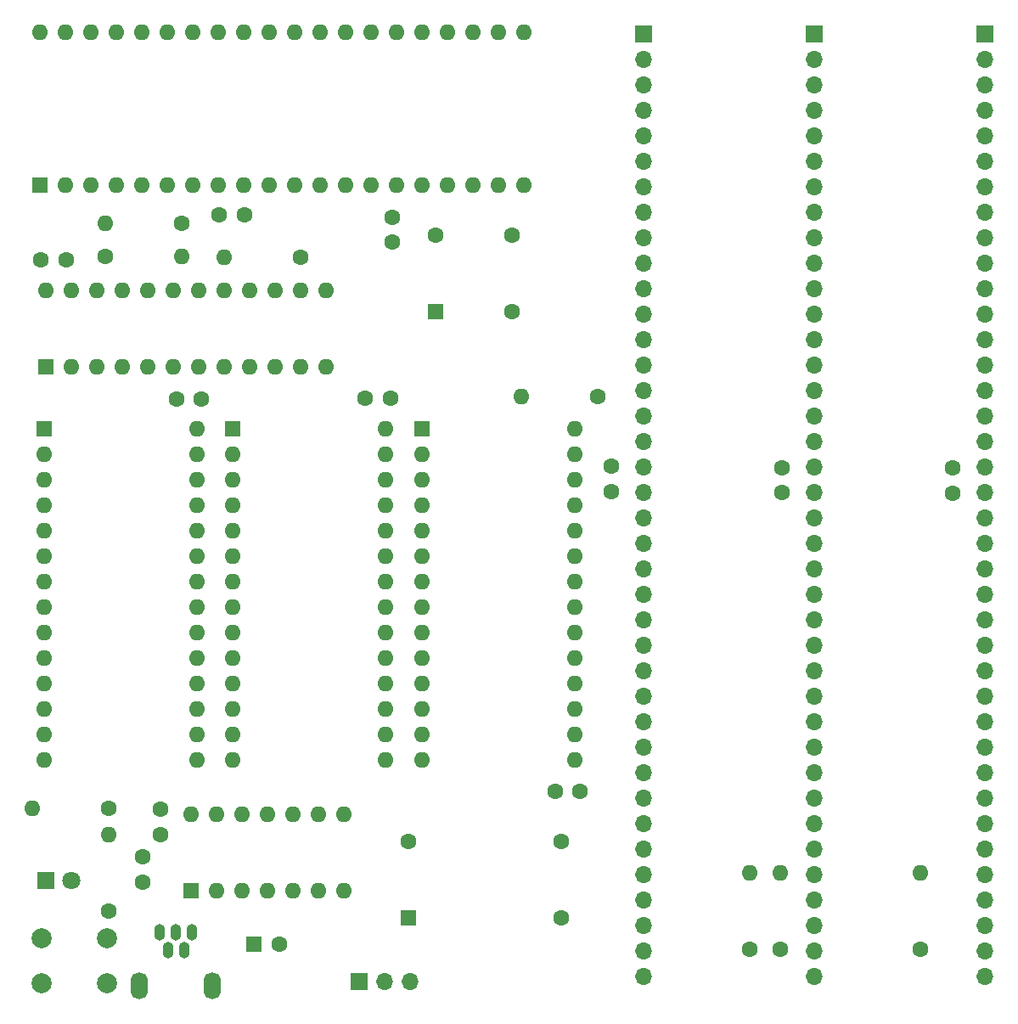
<source format=gbr>
%TF.GenerationSoftware,KiCad,Pcbnew,(6.0.11)*%
%TF.CreationDate,2023-07-08T13:40:51+12:00*%
%TF.ProjectId,6502-retro,36353032-2d72-4657-9472-6f2e6b696361,1.1*%
%TF.SameCoordinates,Original*%
%TF.FileFunction,Soldermask,Bot*%
%TF.FilePolarity,Negative*%
%FSLAX46Y46*%
G04 Gerber Fmt 4.6, Leading zero omitted, Abs format (unit mm)*
G04 Created by KiCad (PCBNEW (6.0.11)) date 2023-07-08 13:40:51*
%MOMM*%
%LPD*%
G01*
G04 APERTURE LIST*
%ADD10R,1.600000X1.600000*%
%ADD11C,1.600000*%
%ADD12O,1.600000X1.600000*%
%ADD13R,1.700000X1.700000*%
%ADD14O,1.700000X1.700000*%
%ADD15O,1.100000X1.650000*%
%ADD16O,1.700000X2.700000*%
%ADD17R,1.800000X1.800000*%
%ADD18C,1.800000*%
%ADD19C,2.000000*%
G04 APERTURE END LIST*
D10*
%TO.C,X2*%
X132310000Y-143640000D03*
D11*
X147550000Y-143640000D03*
X147550000Y-136020000D03*
X132310000Y-136020000D03*
%TD*%
%TO.C,R6*%
X109700000Y-74400000D03*
D12*
X102080000Y-74400000D03*
%TD*%
D11*
%TO.C,C4*%
X95630000Y-78010000D03*
X98130000Y-78010000D03*
%TD*%
D13*
%TO.C,J1*%
X155700000Y-55510000D03*
D14*
X155700000Y-58050000D03*
X155700000Y-60590000D03*
X155700000Y-63130000D03*
X155700000Y-65670000D03*
X155700000Y-68210000D03*
X155700000Y-70750000D03*
X155700000Y-73290000D03*
X155700000Y-75830000D03*
X155700000Y-78370000D03*
X155700000Y-80910000D03*
X155700000Y-83450000D03*
X155700000Y-85990000D03*
X155700000Y-88530000D03*
X155700000Y-91070000D03*
X155700000Y-93610000D03*
X155700000Y-96150000D03*
X155700000Y-98690000D03*
X155700000Y-101230000D03*
X155700000Y-103770000D03*
X155700000Y-106310000D03*
X155700000Y-108850000D03*
X155700000Y-111390000D03*
X155700000Y-113930000D03*
X155700000Y-116470000D03*
X155700000Y-119010000D03*
X155700000Y-121550000D03*
X155700000Y-124090000D03*
X155700000Y-126630000D03*
X155700000Y-129170000D03*
X155700000Y-131710000D03*
X155700000Y-134250000D03*
X155700000Y-136790000D03*
X155700000Y-139330000D03*
X155700000Y-141870000D03*
X155700000Y-144410000D03*
X155700000Y-146950000D03*
X155700000Y-149490000D03*
%TD*%
D10*
%TO.C,C12*%
X116884664Y-146250000D03*
D11*
X119384664Y-146250000D03*
%TD*%
%TO.C,R10*%
X183300000Y-146810000D03*
D12*
X183300000Y-139190000D03*
%TD*%
D11*
%TO.C,R9*%
X169400000Y-146810000D03*
D12*
X169400000Y-139190000D03*
%TD*%
D11*
%TO.C,C8*%
X169510000Y-98750000D03*
X169510000Y-101250000D03*
%TD*%
%TO.C,R5*%
X121510000Y-77800000D03*
D12*
X113890000Y-77800000D03*
%TD*%
D10*
%TO.C,U5*%
X96140000Y-88700000D03*
D12*
X98680000Y-88700000D03*
X101220000Y-88700000D03*
X103760000Y-88700000D03*
X106300000Y-88700000D03*
X108840000Y-88700000D03*
X111380000Y-88700000D03*
X113920000Y-88700000D03*
X116460000Y-88700000D03*
X119000000Y-88700000D03*
X121540000Y-88700000D03*
X124080000Y-88700000D03*
X124080000Y-81080000D03*
X121540000Y-81080000D03*
X119000000Y-81080000D03*
X116460000Y-81080000D03*
X113920000Y-81080000D03*
X111380000Y-81080000D03*
X108840000Y-81080000D03*
X106300000Y-81080000D03*
X103760000Y-81080000D03*
X101220000Y-81080000D03*
X98680000Y-81080000D03*
X96140000Y-81080000D03*
%TD*%
D11*
%TO.C,C1*%
X113420000Y-73570000D03*
X115920000Y-73570000D03*
%TD*%
D10*
%TO.C,U3*%
X133620000Y-94880000D03*
D12*
X133620000Y-97420000D03*
X133620000Y-99960000D03*
X133620000Y-102500000D03*
X133620000Y-105040000D03*
X133620000Y-107580000D03*
X133620000Y-110120000D03*
X133620000Y-112660000D03*
X133620000Y-115200000D03*
X133620000Y-117740000D03*
X133620000Y-120280000D03*
X133620000Y-122820000D03*
X133620000Y-125360000D03*
X133620000Y-127900000D03*
X148860000Y-127900000D03*
X148860000Y-125360000D03*
X148860000Y-122820000D03*
X148860000Y-120280000D03*
X148860000Y-117740000D03*
X148860000Y-115200000D03*
X148860000Y-112660000D03*
X148860000Y-110120000D03*
X148860000Y-107580000D03*
X148860000Y-105040000D03*
X148860000Y-102500000D03*
X148860000Y-99960000D03*
X148860000Y-97420000D03*
X148860000Y-94880000D03*
%TD*%
D15*
%TO.C,J4*%
X107520000Y-145135000D03*
X108320000Y-146885000D03*
X109120000Y-145135000D03*
X109920000Y-146885000D03*
X110720000Y-145135000D03*
D16*
X112770000Y-150460000D03*
X105470000Y-150460000D03*
%TD*%
D17*
%TO.C,D1*%
X96160000Y-139950000D03*
D18*
X98700000Y-139950000D03*
%TD*%
D13*
%TO.C,J2*%
X172747500Y-55510000D03*
D14*
X172747500Y-58050000D03*
X172747500Y-60590000D03*
X172747500Y-63130000D03*
X172747500Y-65670000D03*
X172747500Y-68210000D03*
X172747500Y-70750000D03*
X172747500Y-73290000D03*
X172747500Y-75830000D03*
X172747500Y-78370000D03*
X172747500Y-80910000D03*
X172747500Y-83450000D03*
X172747500Y-85990000D03*
X172747500Y-88530000D03*
X172747500Y-91070000D03*
X172747500Y-93610000D03*
X172747500Y-96150000D03*
X172747500Y-98690000D03*
X172747500Y-101230000D03*
X172747500Y-103770000D03*
X172747500Y-106310000D03*
X172747500Y-108850000D03*
X172747500Y-111390000D03*
X172747500Y-113930000D03*
X172747500Y-116470000D03*
X172747500Y-119010000D03*
X172747500Y-121550000D03*
X172747500Y-124090000D03*
X172747500Y-126630000D03*
X172747500Y-129170000D03*
X172747500Y-131710000D03*
X172747500Y-134250000D03*
X172747500Y-136790000D03*
X172747500Y-139330000D03*
X172747500Y-141870000D03*
X172747500Y-144410000D03*
X172747500Y-146950000D03*
X172747500Y-149490000D03*
%TD*%
D10*
%TO.C,U4*%
X95565000Y-70605000D03*
D12*
X98105000Y-70605000D03*
X100645000Y-70605000D03*
X103185000Y-70605000D03*
X105725000Y-70605000D03*
X108265000Y-70605000D03*
X110805000Y-70605000D03*
X113345000Y-70605000D03*
X115885000Y-70605000D03*
X118425000Y-70605000D03*
X120965000Y-70605000D03*
X123505000Y-70605000D03*
X126045000Y-70605000D03*
X128585000Y-70605000D03*
X131125000Y-70605000D03*
X133665000Y-70605000D03*
X136205000Y-70605000D03*
X138745000Y-70605000D03*
X141285000Y-70605000D03*
X143825000Y-70605000D03*
X143825000Y-55365000D03*
X141285000Y-55365000D03*
X138745000Y-55365000D03*
X136205000Y-55365000D03*
X133665000Y-55365000D03*
X131125000Y-55365000D03*
X128585000Y-55365000D03*
X126045000Y-55365000D03*
X123505000Y-55365000D03*
X120965000Y-55365000D03*
X118425000Y-55365000D03*
X115885000Y-55365000D03*
X113345000Y-55365000D03*
X110805000Y-55365000D03*
X108265000Y-55365000D03*
X105725000Y-55365000D03*
X103185000Y-55365000D03*
X100645000Y-55365000D03*
X98105000Y-55365000D03*
X95565000Y-55365000D03*
%TD*%
D13*
%TO.C,J5*%
X127360000Y-150050000D03*
D14*
X129900000Y-150050000D03*
X132440000Y-150050000D03*
%TD*%
D11*
%TO.C,R8*%
X166300000Y-146810000D03*
D12*
X166300000Y-139190000D03*
%TD*%
D11*
%TO.C,R1*%
X102400000Y-143000000D03*
D12*
X102400000Y-135380000D03*
%TD*%
D13*
%TO.C,J3*%
X189795000Y-55510000D03*
D14*
X189795000Y-58050000D03*
X189795000Y-60590000D03*
X189795000Y-63130000D03*
X189795000Y-65670000D03*
X189795000Y-68210000D03*
X189795000Y-70750000D03*
X189795000Y-73290000D03*
X189795000Y-75830000D03*
X189795000Y-78370000D03*
X189795000Y-80910000D03*
X189795000Y-83450000D03*
X189795000Y-85990000D03*
X189795000Y-88530000D03*
X189795000Y-91070000D03*
X189795000Y-93610000D03*
X189795000Y-96150000D03*
X189795000Y-98690000D03*
X189795000Y-101230000D03*
X189795000Y-103770000D03*
X189795000Y-106310000D03*
X189795000Y-108850000D03*
X189795000Y-111390000D03*
X189795000Y-113930000D03*
X189795000Y-116470000D03*
X189795000Y-119010000D03*
X189795000Y-121550000D03*
X189795000Y-124090000D03*
X189795000Y-126630000D03*
X189795000Y-129170000D03*
X189795000Y-131710000D03*
X189795000Y-134250000D03*
X189795000Y-136790000D03*
X189795000Y-139330000D03*
X189795000Y-141870000D03*
X189795000Y-144410000D03*
X189795000Y-146950000D03*
X189795000Y-149490000D03*
%TD*%
D11*
%TO.C,C3*%
X130510000Y-91810000D03*
X128010000Y-91810000D03*
%TD*%
%TO.C,C10*%
X149410000Y-131050000D03*
X146910000Y-131050000D03*
%TD*%
D10*
%TO.C,U6*%
X110615000Y-140980000D03*
D12*
X113155000Y-140980000D03*
X115695000Y-140980000D03*
X118235000Y-140980000D03*
X120775000Y-140980000D03*
X123315000Y-140980000D03*
X125855000Y-140980000D03*
X125855000Y-133360000D03*
X123315000Y-133360000D03*
X120775000Y-133360000D03*
X118235000Y-133360000D03*
X115695000Y-133360000D03*
X113155000Y-133360000D03*
X110615000Y-133360000D03*
%TD*%
D10*
%TO.C,X1*%
X135030000Y-83200000D03*
D11*
X142650000Y-83200000D03*
X142650000Y-75580000D03*
X135030000Y-75580000D03*
%TD*%
%TO.C,C7*%
X105800000Y-137600000D03*
X105800000Y-140100000D03*
%TD*%
%TO.C,C5*%
X130640000Y-76300000D03*
X130640000Y-73800000D03*
%TD*%
%TO.C,C11*%
X107600000Y-132850000D03*
X107600000Y-135350000D03*
%TD*%
D10*
%TO.C,U2*%
X95955000Y-94925000D03*
D12*
X95955000Y-97465000D03*
X95955000Y-100005000D03*
X95955000Y-102545000D03*
X95955000Y-105085000D03*
X95955000Y-107625000D03*
X95955000Y-110165000D03*
X95955000Y-112705000D03*
X95955000Y-115245000D03*
X95955000Y-117785000D03*
X95955000Y-120325000D03*
X95955000Y-122865000D03*
X95955000Y-125405000D03*
X95955000Y-127945000D03*
X111195000Y-127945000D03*
X111195000Y-125405000D03*
X111195000Y-122865000D03*
X111195000Y-120325000D03*
X111195000Y-117785000D03*
X111195000Y-115245000D03*
X111195000Y-112705000D03*
X111195000Y-110165000D03*
X111195000Y-107625000D03*
X111195000Y-105085000D03*
X111195000Y-102545000D03*
X111195000Y-100005000D03*
X111195000Y-97465000D03*
X111195000Y-94925000D03*
%TD*%
D11*
%TO.C,C9*%
X186600000Y-98800000D03*
X186600000Y-101300000D03*
%TD*%
%TO.C,R7*%
X102400000Y-132700000D03*
D12*
X94780000Y-132700000D03*
%TD*%
D10*
%TO.C,U1*%
X114750000Y-94885000D03*
D12*
X114750000Y-97425000D03*
X114750000Y-99965000D03*
X114750000Y-102505000D03*
X114750000Y-105045000D03*
X114750000Y-107585000D03*
X114750000Y-110125000D03*
X114750000Y-112665000D03*
X114750000Y-115205000D03*
X114750000Y-117745000D03*
X114750000Y-120285000D03*
X114750000Y-122825000D03*
X114750000Y-125365000D03*
X114750000Y-127905000D03*
X129990000Y-127905000D03*
X129990000Y-125365000D03*
X129990000Y-122825000D03*
X129990000Y-120285000D03*
X129990000Y-117745000D03*
X129990000Y-115205000D03*
X129990000Y-112665000D03*
X129990000Y-110125000D03*
X129990000Y-107585000D03*
X129990000Y-105045000D03*
X129990000Y-102505000D03*
X129990000Y-99965000D03*
X129990000Y-97425000D03*
X129990000Y-94885000D03*
%TD*%
D19*
%TO.C,SW1*%
X102190000Y-145700000D03*
X95690000Y-145700000D03*
X95690000Y-150200000D03*
X102190000Y-150200000D03*
%TD*%
D11*
%TO.C,C6*%
X152500000Y-98650000D03*
X152500000Y-101150000D03*
%TD*%
%TO.C,R2*%
X151210000Y-91700000D03*
D12*
X143590000Y-91700000D03*
%TD*%
D11*
%TO.C,R4*%
X102090000Y-77700000D03*
D12*
X109710000Y-77700000D03*
%TD*%
D11*
%TO.C,C2*%
X111670000Y-91900000D03*
X109170000Y-91900000D03*
%TD*%
M02*

</source>
